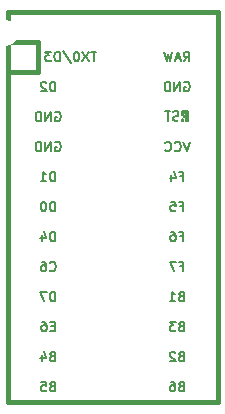
<source format=gbo>
G04 #@! TF.GenerationSoftware,KiCad,Pcbnew,5.99.0+really5.1.10+dfsg1-1*
G04 #@! TF.CreationDate,2021-05-18T01:02:48-04:00*
G04 #@! TF.ProjectId,numpad_0,6e756d70-6164-45f3-902e-6b696361645f,rev?*
G04 #@! TF.SameCoordinates,Original*
G04 #@! TF.FileFunction,Legend,Bot*
G04 #@! TF.FilePolarity,Positive*
%FSLAX46Y46*%
G04 Gerber Fmt 4.6, Leading zero omitted, Abs format (unit mm)*
G04 Created by KiCad (PCBNEW 5.99.0+really5.1.10+dfsg1-1) date 2021-05-18 01:02:48*
%MOMM*%
%LPD*%
G01*
G04 APERTURE LIST*
%ADD10C,0.381000*%
%ADD11C,0.150000*%
%ADD12C,2.200000*%
%ADD13C,2.250000*%
%ADD14C,3.987800*%
%ADD15C,1.750000*%
%ADD16C,1.752600*%
%ADD17C,3.048000*%
%ADD18C,2.000000*%
%ADD19R,3.200000X2.000000*%
%ADD20R,2.000000X2.000000*%
%ADD21C,1.600000*%
%ADD22R,1.200000X1.600000*%
G04 APERTURE END LIST*
D10*
X4508500Y-5080000D02*
X1968500Y-5080000D01*
X4508500Y-2540000D02*
X4508500Y-5080000D01*
D11*
G36*
X16903135Y-8829030D02*
G01*
X16903135Y-8929030D01*
X17003135Y-8929030D01*
X17003135Y-8829030D01*
X16903135Y-8829030D01*
G37*
X16903135Y-8829030D02*
X16903135Y-8929030D01*
X17003135Y-8929030D01*
X17003135Y-8829030D01*
X16903135Y-8829030D01*
G36*
X17103135Y-8429030D02*
G01*
X17103135Y-9229030D01*
X17203135Y-9229030D01*
X17203135Y-8429030D01*
X17103135Y-8429030D01*
G37*
X17103135Y-8429030D02*
X17103135Y-9229030D01*
X17203135Y-9229030D01*
X17203135Y-8429030D01*
X17103135Y-8429030D01*
G36*
X16703135Y-9029030D02*
G01*
X16703135Y-9229030D01*
X16803135Y-9229030D01*
X16803135Y-9029030D01*
X16703135Y-9029030D01*
G37*
X16703135Y-9029030D02*
X16703135Y-9229030D01*
X16803135Y-9229030D01*
X16803135Y-9029030D01*
X16703135Y-9029030D01*
G36*
X16703135Y-8429030D02*
G01*
X16703135Y-8729030D01*
X16803135Y-8729030D01*
X16803135Y-8429030D01*
X16703135Y-8429030D01*
G37*
X16703135Y-8429030D02*
X16703135Y-8729030D01*
X16803135Y-8729030D01*
X16803135Y-8429030D01*
X16703135Y-8429030D01*
G36*
X16703135Y-8429030D02*
G01*
X16703135Y-8529030D01*
X17203135Y-8529030D01*
X17203135Y-8429030D01*
X16703135Y-8429030D01*
G37*
X16703135Y-8429030D02*
X16703135Y-8529030D01*
X17203135Y-8529030D01*
X17203135Y-8429030D01*
X16703135Y-8429030D01*
D10*
X19748500Y-33020000D02*
X19748500Y0D01*
X1968500Y-33020000D02*
X19748500Y-33020000D01*
X1968500Y0D02*
X1968500Y-33020000D01*
X19748500Y0D02*
X1968500Y0D01*
X4508500Y-2540000D02*
X1968500Y-2540000D01*
D11*
X16431833Y-9193809D02*
X16317547Y-9231904D01*
X16127071Y-9231904D01*
X16050880Y-9193809D01*
X16012785Y-9155714D01*
X15974690Y-9079523D01*
X15974690Y-9003333D01*
X16012785Y-8927142D01*
X16050880Y-8889047D01*
X16127071Y-8850952D01*
X16279452Y-8812857D01*
X16355642Y-8774761D01*
X16393738Y-8736666D01*
X16431833Y-8660476D01*
X16431833Y-8584285D01*
X16393738Y-8508095D01*
X16355642Y-8470000D01*
X16279452Y-8431904D01*
X16088976Y-8431904D01*
X15974690Y-8470000D01*
X15746119Y-8431904D02*
X15288976Y-8431904D01*
X15517547Y-9231904D02*
X15517547Y-8431904D01*
X9477104Y-3371904D02*
X9019961Y-3371904D01*
X9248532Y-4171904D02*
X9248532Y-3371904D01*
X8829485Y-3371904D02*
X8296151Y-4171904D01*
X8296151Y-3371904D02*
X8829485Y-4171904D01*
X7839008Y-3371904D02*
X7762818Y-3371904D01*
X7686628Y-3410000D01*
X7648532Y-3448095D01*
X7610437Y-3524285D01*
X7572342Y-3676666D01*
X7572342Y-3867142D01*
X7610437Y-4019523D01*
X7648532Y-4095714D01*
X7686628Y-4133809D01*
X7762818Y-4171904D01*
X7839008Y-4171904D01*
X7915199Y-4133809D01*
X7953294Y-4095714D01*
X7991389Y-4019523D01*
X8029485Y-3867142D01*
X8029485Y-3676666D01*
X7991389Y-3524285D01*
X7953294Y-3448095D01*
X7915199Y-3410000D01*
X7839008Y-3371904D01*
X6658056Y-3333809D02*
X7343770Y-4362380D01*
X6391389Y-4171904D02*
X6391389Y-3371904D01*
X6200913Y-3371904D01*
X6086628Y-3410000D01*
X6010437Y-3486190D01*
X5972342Y-3562380D01*
X5934247Y-3714761D01*
X5934247Y-3829047D01*
X5972342Y-3981428D01*
X6010437Y-4057619D01*
X6086628Y-4133809D01*
X6200913Y-4171904D01*
X6391389Y-4171904D01*
X5667580Y-3371904D02*
X5172342Y-3371904D01*
X5439008Y-3676666D01*
X5324723Y-3676666D01*
X5248532Y-3714761D01*
X5210437Y-3752857D01*
X5172342Y-3829047D01*
X5172342Y-4019523D01*
X5210437Y-4095714D01*
X5248532Y-4133809D01*
X5324723Y-4171904D01*
X5553294Y-4171904D01*
X5629485Y-4133809D01*
X5667580Y-4095714D01*
X16643309Y-29152857D02*
X16529023Y-29190952D01*
X16490928Y-29229047D01*
X16452833Y-29305238D01*
X16452833Y-29419523D01*
X16490928Y-29495714D01*
X16529023Y-29533809D01*
X16605214Y-29571904D01*
X16909976Y-29571904D01*
X16909976Y-28771904D01*
X16643309Y-28771904D01*
X16567119Y-28810000D01*
X16529023Y-28848095D01*
X16490928Y-28924285D01*
X16490928Y-29000476D01*
X16529023Y-29076666D01*
X16567119Y-29114761D01*
X16643309Y-29152857D01*
X16909976Y-29152857D01*
X16148071Y-28848095D02*
X16109976Y-28810000D01*
X16033785Y-28771904D01*
X15843309Y-28771904D01*
X15767119Y-28810000D01*
X15729023Y-28848095D01*
X15690928Y-28924285D01*
X15690928Y-29000476D01*
X15729023Y-29114761D01*
X16186166Y-29571904D01*
X15690928Y-29571904D01*
X16586166Y-21532857D02*
X16852833Y-21532857D01*
X16852833Y-21951904D02*
X16852833Y-21151904D01*
X16471880Y-21151904D01*
X16243309Y-21151904D02*
X15709976Y-21151904D01*
X16052833Y-21951904D01*
X16586166Y-18992857D02*
X16852833Y-18992857D01*
X16852833Y-19411904D02*
X16852833Y-18611904D01*
X16471880Y-18611904D01*
X15824261Y-18611904D02*
X15976642Y-18611904D01*
X16052833Y-18650000D01*
X16090928Y-18688095D01*
X16167119Y-18802380D01*
X16205214Y-18954761D01*
X16205214Y-19259523D01*
X16167119Y-19335714D01*
X16129023Y-19373809D01*
X16052833Y-19411904D01*
X15900452Y-19411904D01*
X15824261Y-19373809D01*
X15786166Y-19335714D01*
X15748071Y-19259523D01*
X15748071Y-19069047D01*
X15786166Y-18992857D01*
X15824261Y-18954761D01*
X15900452Y-18916666D01*
X16052833Y-18916666D01*
X16129023Y-18954761D01*
X16167119Y-18992857D01*
X16205214Y-19069047D01*
X16586166Y-16452857D02*
X16852833Y-16452857D01*
X16852833Y-16871904D02*
X16852833Y-16071904D01*
X16471880Y-16071904D01*
X15786166Y-16071904D02*
X16167119Y-16071904D01*
X16205214Y-16452857D01*
X16167119Y-16414761D01*
X16090928Y-16376666D01*
X15900452Y-16376666D01*
X15824261Y-16414761D01*
X15786166Y-16452857D01*
X15748071Y-16529047D01*
X15748071Y-16719523D01*
X15786166Y-16795714D01*
X15824261Y-16833809D01*
X15900452Y-16871904D01*
X16090928Y-16871904D01*
X16167119Y-16833809D01*
X16205214Y-16795714D01*
X16871880Y-4171904D02*
X17138547Y-3790952D01*
X17329023Y-4171904D02*
X17329023Y-3371904D01*
X17024261Y-3371904D01*
X16948071Y-3410000D01*
X16909976Y-3448095D01*
X16871880Y-3524285D01*
X16871880Y-3638571D01*
X16909976Y-3714761D01*
X16948071Y-3752857D01*
X17024261Y-3790952D01*
X17329023Y-3790952D01*
X16567119Y-3943333D02*
X16186166Y-3943333D01*
X16643309Y-4171904D02*
X16376642Y-3371904D01*
X16109976Y-4171904D01*
X15919500Y-3371904D02*
X15729023Y-4171904D01*
X15576642Y-3600476D01*
X15424261Y-4171904D01*
X15233785Y-3371904D01*
X16929023Y-5950000D02*
X17005214Y-5911904D01*
X17119500Y-5911904D01*
X17233785Y-5950000D01*
X17309976Y-6026190D01*
X17348071Y-6102380D01*
X17386166Y-6254761D01*
X17386166Y-6369047D01*
X17348071Y-6521428D01*
X17309976Y-6597619D01*
X17233785Y-6673809D01*
X17119500Y-6711904D01*
X17043309Y-6711904D01*
X16929023Y-6673809D01*
X16890928Y-6635714D01*
X16890928Y-6369047D01*
X17043309Y-6369047D01*
X16548071Y-6711904D02*
X16548071Y-5911904D01*
X16090928Y-6711904D01*
X16090928Y-5911904D01*
X15709976Y-6711904D02*
X15709976Y-5911904D01*
X15519500Y-5911904D01*
X15405214Y-5950000D01*
X15329023Y-6026190D01*
X15290928Y-6102380D01*
X15252833Y-6254761D01*
X15252833Y-6369047D01*
X15290928Y-6521428D01*
X15329023Y-6597619D01*
X15405214Y-6673809D01*
X15519500Y-6711904D01*
X15709976Y-6711904D01*
X17386166Y-10991904D02*
X17119500Y-11791904D01*
X16852833Y-10991904D01*
X16129023Y-11715714D02*
X16167119Y-11753809D01*
X16281404Y-11791904D01*
X16357595Y-11791904D01*
X16471880Y-11753809D01*
X16548071Y-11677619D01*
X16586166Y-11601428D01*
X16624261Y-11449047D01*
X16624261Y-11334761D01*
X16586166Y-11182380D01*
X16548071Y-11106190D01*
X16471880Y-11030000D01*
X16357595Y-10991904D01*
X16281404Y-10991904D01*
X16167119Y-11030000D01*
X16129023Y-11068095D01*
X15329023Y-11715714D02*
X15367119Y-11753809D01*
X15481404Y-11791904D01*
X15557595Y-11791904D01*
X15671880Y-11753809D01*
X15748071Y-11677619D01*
X15786166Y-11601428D01*
X15824261Y-11449047D01*
X15824261Y-11334761D01*
X15786166Y-11182380D01*
X15748071Y-11106190D01*
X15671880Y-11030000D01*
X15557595Y-10991904D01*
X15481404Y-10991904D01*
X15367119Y-11030000D01*
X15329023Y-11068095D01*
X16586166Y-13912857D02*
X16852833Y-13912857D01*
X16852833Y-14331904D02*
X16852833Y-13531904D01*
X16471880Y-13531904D01*
X15824261Y-13798571D02*
X15824261Y-14331904D01*
X16014738Y-13493809D02*
X16205214Y-14065238D01*
X15709976Y-14065238D01*
X16643309Y-24072857D02*
X16529023Y-24110952D01*
X16490928Y-24149047D01*
X16452833Y-24225238D01*
X16452833Y-24339523D01*
X16490928Y-24415714D01*
X16529023Y-24453809D01*
X16605214Y-24491904D01*
X16909976Y-24491904D01*
X16909976Y-23691904D01*
X16643309Y-23691904D01*
X16567119Y-23730000D01*
X16529023Y-23768095D01*
X16490928Y-23844285D01*
X16490928Y-23920476D01*
X16529023Y-23996666D01*
X16567119Y-24034761D01*
X16643309Y-24072857D01*
X16909976Y-24072857D01*
X15690928Y-24491904D02*
X16148071Y-24491904D01*
X15919500Y-24491904D02*
X15919500Y-23691904D01*
X15995690Y-23806190D01*
X16071880Y-23882380D01*
X16148071Y-23920476D01*
X16643309Y-26612857D02*
X16529023Y-26650952D01*
X16490928Y-26689047D01*
X16452833Y-26765238D01*
X16452833Y-26879523D01*
X16490928Y-26955714D01*
X16529023Y-26993809D01*
X16605214Y-27031904D01*
X16909976Y-27031904D01*
X16909976Y-26231904D01*
X16643309Y-26231904D01*
X16567119Y-26270000D01*
X16529023Y-26308095D01*
X16490928Y-26384285D01*
X16490928Y-26460476D01*
X16529023Y-26536666D01*
X16567119Y-26574761D01*
X16643309Y-26612857D01*
X16909976Y-26612857D01*
X16186166Y-26231904D02*
X15690928Y-26231904D01*
X15957595Y-26536666D01*
X15843309Y-26536666D01*
X15767119Y-26574761D01*
X15729023Y-26612857D01*
X15690928Y-26689047D01*
X15690928Y-26879523D01*
X15729023Y-26955714D01*
X15767119Y-26993809D01*
X15843309Y-27031904D01*
X16071880Y-27031904D01*
X16148071Y-26993809D01*
X16186166Y-26955714D01*
X16643309Y-31692857D02*
X16529023Y-31730952D01*
X16490928Y-31769047D01*
X16452833Y-31845238D01*
X16452833Y-31959523D01*
X16490928Y-32035714D01*
X16529023Y-32073809D01*
X16605214Y-32111904D01*
X16909976Y-32111904D01*
X16909976Y-31311904D01*
X16643309Y-31311904D01*
X16567119Y-31350000D01*
X16529023Y-31388095D01*
X16490928Y-31464285D01*
X16490928Y-31540476D01*
X16529023Y-31616666D01*
X16567119Y-31654761D01*
X16643309Y-31692857D01*
X16909976Y-31692857D01*
X15767119Y-31311904D02*
X15919500Y-31311904D01*
X15995690Y-31350000D01*
X16033785Y-31388095D01*
X16109976Y-31502380D01*
X16148071Y-31654761D01*
X16148071Y-31959523D01*
X16109976Y-32035714D01*
X16071880Y-32073809D01*
X15995690Y-32111904D01*
X15843309Y-32111904D01*
X15767119Y-32073809D01*
X15729023Y-32035714D01*
X15690928Y-31959523D01*
X15690928Y-31769047D01*
X15729023Y-31692857D01*
X15767119Y-31654761D01*
X15843309Y-31616666D01*
X15995690Y-31616666D01*
X16071880Y-31654761D01*
X16109976Y-31692857D01*
X16148071Y-31769047D01*
X5721309Y-31692857D02*
X5607023Y-31730952D01*
X5568928Y-31769047D01*
X5530833Y-31845238D01*
X5530833Y-31959523D01*
X5568928Y-32035714D01*
X5607023Y-32073809D01*
X5683214Y-32111904D01*
X5987976Y-32111904D01*
X5987976Y-31311904D01*
X5721309Y-31311904D01*
X5645119Y-31350000D01*
X5607023Y-31388095D01*
X5568928Y-31464285D01*
X5568928Y-31540476D01*
X5607023Y-31616666D01*
X5645119Y-31654761D01*
X5721309Y-31692857D01*
X5987976Y-31692857D01*
X4807023Y-31311904D02*
X5187976Y-31311904D01*
X5226071Y-31692857D01*
X5187976Y-31654761D01*
X5111785Y-31616666D01*
X4921309Y-31616666D01*
X4845119Y-31654761D01*
X4807023Y-31692857D01*
X4768928Y-31769047D01*
X4768928Y-31959523D01*
X4807023Y-32035714D01*
X4845119Y-32073809D01*
X4921309Y-32111904D01*
X5111785Y-32111904D01*
X5187976Y-32073809D01*
X5226071Y-32035714D01*
X5721309Y-29152857D02*
X5607023Y-29190952D01*
X5568928Y-29229047D01*
X5530833Y-29305238D01*
X5530833Y-29419523D01*
X5568928Y-29495714D01*
X5607023Y-29533809D01*
X5683214Y-29571904D01*
X5987976Y-29571904D01*
X5987976Y-28771904D01*
X5721309Y-28771904D01*
X5645119Y-28810000D01*
X5607023Y-28848095D01*
X5568928Y-28924285D01*
X5568928Y-29000476D01*
X5607023Y-29076666D01*
X5645119Y-29114761D01*
X5721309Y-29152857D01*
X5987976Y-29152857D01*
X4845119Y-29038571D02*
X4845119Y-29571904D01*
X5035595Y-28733809D02*
X5226071Y-29305238D01*
X4730833Y-29305238D01*
X5949880Y-26612857D02*
X5683214Y-26612857D01*
X5568928Y-27031904D02*
X5949880Y-27031904D01*
X5949880Y-26231904D01*
X5568928Y-26231904D01*
X4883214Y-26231904D02*
X5035595Y-26231904D01*
X5111785Y-26270000D01*
X5149880Y-26308095D01*
X5226071Y-26422380D01*
X5264166Y-26574761D01*
X5264166Y-26879523D01*
X5226071Y-26955714D01*
X5187976Y-26993809D01*
X5111785Y-27031904D01*
X4959404Y-27031904D01*
X4883214Y-26993809D01*
X4845119Y-26955714D01*
X4807023Y-26879523D01*
X4807023Y-26689047D01*
X4845119Y-26612857D01*
X4883214Y-26574761D01*
X4959404Y-26536666D01*
X5111785Y-26536666D01*
X5187976Y-26574761D01*
X5226071Y-26612857D01*
X5264166Y-26689047D01*
X5987976Y-24491904D02*
X5987976Y-23691904D01*
X5797500Y-23691904D01*
X5683214Y-23730000D01*
X5607023Y-23806190D01*
X5568928Y-23882380D01*
X5530833Y-24034761D01*
X5530833Y-24149047D01*
X5568928Y-24301428D01*
X5607023Y-24377619D01*
X5683214Y-24453809D01*
X5797500Y-24491904D01*
X5987976Y-24491904D01*
X5264166Y-23691904D02*
X4730833Y-23691904D01*
X5073690Y-24491904D01*
X5530833Y-21875714D02*
X5568928Y-21913809D01*
X5683214Y-21951904D01*
X5759404Y-21951904D01*
X5873690Y-21913809D01*
X5949880Y-21837619D01*
X5987976Y-21761428D01*
X6026071Y-21609047D01*
X6026071Y-21494761D01*
X5987976Y-21342380D01*
X5949880Y-21266190D01*
X5873690Y-21190000D01*
X5759404Y-21151904D01*
X5683214Y-21151904D01*
X5568928Y-21190000D01*
X5530833Y-21228095D01*
X4845119Y-21151904D02*
X4997500Y-21151904D01*
X5073690Y-21190000D01*
X5111785Y-21228095D01*
X5187976Y-21342380D01*
X5226071Y-21494761D01*
X5226071Y-21799523D01*
X5187976Y-21875714D01*
X5149880Y-21913809D01*
X5073690Y-21951904D01*
X4921309Y-21951904D01*
X4845119Y-21913809D01*
X4807023Y-21875714D01*
X4768928Y-21799523D01*
X4768928Y-21609047D01*
X4807023Y-21532857D01*
X4845119Y-21494761D01*
X4921309Y-21456666D01*
X5073690Y-21456666D01*
X5149880Y-21494761D01*
X5187976Y-21532857D01*
X5226071Y-21609047D01*
X5987976Y-19411904D02*
X5987976Y-18611904D01*
X5797500Y-18611904D01*
X5683214Y-18650000D01*
X5607023Y-18726190D01*
X5568928Y-18802380D01*
X5530833Y-18954761D01*
X5530833Y-19069047D01*
X5568928Y-19221428D01*
X5607023Y-19297619D01*
X5683214Y-19373809D01*
X5797500Y-19411904D01*
X5987976Y-19411904D01*
X4845119Y-18878571D02*
X4845119Y-19411904D01*
X5035595Y-18573809D02*
X5226071Y-19145238D01*
X4730833Y-19145238D01*
X6007023Y-8490000D02*
X6083214Y-8451904D01*
X6197500Y-8451904D01*
X6311785Y-8490000D01*
X6387976Y-8566190D01*
X6426071Y-8642380D01*
X6464166Y-8794761D01*
X6464166Y-8909047D01*
X6426071Y-9061428D01*
X6387976Y-9137619D01*
X6311785Y-9213809D01*
X6197500Y-9251904D01*
X6121309Y-9251904D01*
X6007023Y-9213809D01*
X5968928Y-9175714D01*
X5968928Y-8909047D01*
X6121309Y-8909047D01*
X5626071Y-9251904D02*
X5626071Y-8451904D01*
X5168928Y-9251904D01*
X5168928Y-8451904D01*
X4787976Y-9251904D02*
X4787976Y-8451904D01*
X4597500Y-8451904D01*
X4483214Y-8490000D01*
X4407023Y-8566190D01*
X4368928Y-8642380D01*
X4330833Y-8794761D01*
X4330833Y-8909047D01*
X4368928Y-9061428D01*
X4407023Y-9137619D01*
X4483214Y-9213809D01*
X4597500Y-9251904D01*
X4787976Y-9251904D01*
X6007023Y-11030000D02*
X6083214Y-10991904D01*
X6197500Y-10991904D01*
X6311785Y-11030000D01*
X6387976Y-11106190D01*
X6426071Y-11182380D01*
X6464166Y-11334761D01*
X6464166Y-11449047D01*
X6426071Y-11601428D01*
X6387976Y-11677619D01*
X6311785Y-11753809D01*
X6197500Y-11791904D01*
X6121309Y-11791904D01*
X6007023Y-11753809D01*
X5968928Y-11715714D01*
X5968928Y-11449047D01*
X6121309Y-11449047D01*
X5626071Y-11791904D02*
X5626071Y-10991904D01*
X5168928Y-11791904D01*
X5168928Y-10991904D01*
X4787976Y-11791904D02*
X4787976Y-10991904D01*
X4597500Y-10991904D01*
X4483214Y-11030000D01*
X4407023Y-11106190D01*
X4368928Y-11182380D01*
X4330833Y-11334761D01*
X4330833Y-11449047D01*
X4368928Y-11601428D01*
X4407023Y-11677619D01*
X4483214Y-11753809D01*
X4597500Y-11791904D01*
X4787976Y-11791904D01*
X5987976Y-14331904D02*
X5987976Y-13531904D01*
X5797500Y-13531904D01*
X5683214Y-13570000D01*
X5607023Y-13646190D01*
X5568928Y-13722380D01*
X5530833Y-13874761D01*
X5530833Y-13989047D01*
X5568928Y-14141428D01*
X5607023Y-14217619D01*
X5683214Y-14293809D01*
X5797500Y-14331904D01*
X5987976Y-14331904D01*
X4768928Y-14331904D02*
X5226071Y-14331904D01*
X4997500Y-14331904D02*
X4997500Y-13531904D01*
X5073690Y-13646190D01*
X5149880Y-13722380D01*
X5226071Y-13760476D01*
X5987976Y-16871904D02*
X5987976Y-16071904D01*
X5797500Y-16071904D01*
X5683214Y-16110000D01*
X5607023Y-16186190D01*
X5568928Y-16262380D01*
X5530833Y-16414761D01*
X5530833Y-16529047D01*
X5568928Y-16681428D01*
X5607023Y-16757619D01*
X5683214Y-16833809D01*
X5797500Y-16871904D01*
X5987976Y-16871904D01*
X5035595Y-16071904D02*
X4959404Y-16071904D01*
X4883214Y-16110000D01*
X4845119Y-16148095D01*
X4807023Y-16224285D01*
X4768928Y-16376666D01*
X4768928Y-16567142D01*
X4807023Y-16719523D01*
X4845119Y-16795714D01*
X4883214Y-16833809D01*
X4959404Y-16871904D01*
X5035595Y-16871904D01*
X5111785Y-16833809D01*
X5149880Y-16795714D01*
X5187976Y-16719523D01*
X5226071Y-16567142D01*
X5226071Y-16376666D01*
X5187976Y-16224285D01*
X5149880Y-16148095D01*
X5111785Y-16110000D01*
X5035595Y-16071904D01*
X5987976Y-6711904D02*
X5987976Y-5911904D01*
X5797500Y-5911904D01*
X5683214Y-5950000D01*
X5607023Y-6026190D01*
X5568928Y-6102380D01*
X5530833Y-6254761D01*
X5530833Y-6369047D01*
X5568928Y-6521428D01*
X5607023Y-6597619D01*
X5683214Y-6673809D01*
X5797500Y-6711904D01*
X5987976Y-6711904D01*
X5226071Y-5988095D02*
X5187976Y-5950000D01*
X5111785Y-5911904D01*
X4921309Y-5911904D01*
X4845119Y-5950000D01*
X4807023Y-5988095D01*
X4768928Y-6064285D01*
X4768928Y-6140476D01*
X4807023Y-6254761D01*
X5264166Y-6711904D01*
X4768928Y-6711904D01*
%LPC*%
D12*
X98250000Y-1750000D03*
X98250000Y-98250000D03*
X1750000Y-98250000D03*
X1750000Y-1750000D03*
D13*
X34163000Y-6985000D03*
D14*
X31623000Y-12065000D03*
D13*
X27813000Y-9525000D03*
D15*
X26543000Y-12065000D03*
X36703000Y-12065000D03*
D16*
X18478500Y-3810000D03*
X3238500Y-31750000D03*
X18478500Y-6350000D03*
X18478500Y-8890000D03*
X18478500Y-11430000D03*
X18478500Y-13970000D03*
X18478500Y-16510000D03*
X18478500Y-19050000D03*
X18478500Y-21590000D03*
X18478500Y-24130000D03*
X18478500Y-26670000D03*
X18478500Y-29210000D03*
X18478500Y-31750000D03*
X3238500Y-29210000D03*
X3238500Y-26670000D03*
X3238500Y-24130000D03*
X3238500Y-21590000D03*
X3238500Y-19050000D03*
X3238500Y-16510000D03*
X3238500Y-13970000D03*
X3238500Y-11430000D03*
X3238500Y-8890000D03*
X3238500Y-6350000D03*
G36*
G01*
X2800350Y-2933700D02*
X3676650Y-2933700D01*
G75*
G02*
X4114800Y-3371850I0J-438150D01*
G01*
X4114800Y-4248150D01*
G75*
G02*
X3676650Y-4686300I-438150J0D01*
G01*
X2800350Y-4686300D01*
G75*
G02*
X2362200Y-4248150I0J438150D01*
G01*
X2362200Y-3371850D01*
G75*
G02*
X2800350Y-2933700I438150J0D01*
G01*
G37*
D13*
X72263000Y-26035000D03*
D14*
X69723000Y-31115000D03*
D13*
X65913000Y-28575000D03*
D15*
X64643000Y-31115000D03*
X74803000Y-31115000D03*
D13*
X53213000Y-26035000D03*
D14*
X50673000Y-31115000D03*
D13*
X46863000Y-28575000D03*
D15*
X45593000Y-31115000D03*
X55753000Y-31115000D03*
D13*
X83693000Y-76200000D03*
D14*
X88773000Y-78740000D03*
D13*
X86233000Y-82550000D03*
D15*
X88773000Y-83820000D03*
X88773000Y-73660000D03*
D17*
X81788000Y-90646250D03*
X81788000Y-66833750D03*
D14*
X97028000Y-90646250D03*
X97028000Y-66833750D03*
D13*
X83629500Y-38100000D03*
D14*
X88709500Y-40640000D03*
D13*
X86169500Y-44450000D03*
D15*
X88709500Y-45720000D03*
X88709500Y-35560000D03*
D17*
X81724500Y-52546250D03*
X81724500Y-28733750D03*
D14*
X96964500Y-52546250D03*
X96964500Y-28733750D03*
D13*
X43688000Y-83185000D03*
D14*
X41148000Y-88265000D03*
D13*
X37338000Y-85725000D03*
D15*
X36068000Y-88265000D03*
X46228000Y-88265000D03*
D17*
X29241750Y-81280000D03*
X53054250Y-81280000D03*
D14*
X29241750Y-96520000D03*
X53054250Y-96520000D03*
D18*
X18112500Y-90765000D03*
X18112500Y-85765000D03*
D19*
X11112500Y-93865000D03*
X11112500Y-82665000D03*
D18*
X3612500Y-90765000D03*
X3612500Y-88265000D03*
D20*
X3612500Y-85765000D03*
D18*
X18112500Y-66952500D03*
X18112500Y-61952500D03*
D19*
X11112500Y-70052500D03*
X11112500Y-58852500D03*
D18*
X3612500Y-66952500D03*
X3612500Y-64452500D03*
D20*
X3612500Y-61952500D03*
D18*
X18112500Y-43140000D03*
X18112500Y-38140000D03*
D19*
X11112500Y-46240000D03*
X11112500Y-35040000D03*
D18*
X3612500Y-43140000D03*
X3612500Y-40640000D03*
D20*
X3612500Y-38140000D03*
G36*
G01*
X17697500Y-78474500D02*
X18497500Y-78474500D01*
G75*
G02*
X18897500Y-78874500I0J-400000D01*
G01*
X18897500Y-79674500D01*
G75*
G02*
X18497500Y-80074500I-400000J0D01*
G01*
X17697500Y-80074500D01*
G75*
G02*
X17297500Y-79674500I0J400000D01*
G01*
X17297500Y-78874500D01*
G75*
G02*
X17697500Y-78474500I400000J0D01*
G01*
G37*
D21*
X18097500Y-71474500D03*
D22*
X18097500Y-76774500D03*
X18097500Y-73974500D03*
G36*
G01*
X17761000Y-54595500D02*
X18561000Y-54595500D01*
G75*
G02*
X18961000Y-54995500I0J-400000D01*
G01*
X18961000Y-55795500D01*
G75*
G02*
X18561000Y-56195500I-400000J0D01*
G01*
X17761000Y-56195500D01*
G75*
G02*
X17361000Y-55795500I0J400000D01*
G01*
X17361000Y-54995500D01*
G75*
G02*
X17761000Y-54595500I400000J0D01*
G01*
G37*
D21*
X18161000Y-47595500D03*
D22*
X18161000Y-52895500D03*
X18161000Y-50095500D03*
D13*
X91313000Y-83185000D03*
D14*
X88773000Y-88265000D03*
D13*
X84963000Y-85725000D03*
D15*
X83693000Y-88265000D03*
X93853000Y-88265000D03*
D13*
X72263000Y-83185000D03*
D14*
X69723000Y-88265000D03*
D13*
X65913000Y-85725000D03*
D15*
X64643000Y-88265000D03*
X74803000Y-88265000D03*
D13*
X53213000Y-83185000D03*
D14*
X50673000Y-88265000D03*
D13*
X46863000Y-85725000D03*
D15*
X45593000Y-88265000D03*
X55753000Y-88265000D03*
D13*
X34163000Y-83185000D03*
D14*
X31623000Y-88265000D03*
D13*
X27813000Y-85725000D03*
D15*
X26543000Y-88265000D03*
X36703000Y-88265000D03*
G36*
G01*
X78086000Y-92635000D02*
X78886000Y-92635000D01*
G75*
G02*
X79286000Y-93035000I0J-400000D01*
G01*
X79286000Y-93835000D01*
G75*
G02*
X78886000Y-94235000I-400000J0D01*
G01*
X78086000Y-94235000D01*
G75*
G02*
X77686000Y-93835000I0J400000D01*
G01*
X77686000Y-93035000D01*
G75*
G02*
X78086000Y-92635000I400000J0D01*
G01*
G37*
D21*
X78486000Y-85635000D03*
D22*
X78486000Y-90935000D03*
X78486000Y-88135000D03*
G36*
G01*
X61131500Y-92698500D02*
X61931500Y-92698500D01*
G75*
G02*
X62331500Y-93098500I0J-400000D01*
G01*
X62331500Y-93898500D01*
G75*
G02*
X61931500Y-94298500I-400000J0D01*
G01*
X61131500Y-94298500D01*
G75*
G02*
X60731500Y-93898500I0J400000D01*
G01*
X60731500Y-93098500D01*
G75*
G02*
X61131500Y-92698500I400000J0D01*
G01*
G37*
D21*
X61531500Y-85698500D03*
D22*
X61531500Y-90998500D03*
X61531500Y-88198500D03*
G36*
G01*
X58464500Y-92698500D02*
X59264500Y-92698500D01*
G75*
G02*
X59664500Y-93098500I0J-400000D01*
G01*
X59664500Y-93898500D01*
G75*
G02*
X59264500Y-94298500I-400000J0D01*
G01*
X58464500Y-94298500D01*
G75*
G02*
X58064500Y-93898500I0J400000D01*
G01*
X58064500Y-93098500D01*
G75*
G02*
X58464500Y-92698500I400000J0D01*
G01*
G37*
D21*
X58864500Y-85698500D03*
D22*
X58864500Y-90998500D03*
X58864500Y-88198500D03*
G36*
G01*
X22968000Y-92698500D02*
X23768000Y-92698500D01*
G75*
G02*
X24168000Y-93098500I0J-400000D01*
G01*
X24168000Y-93898500D01*
G75*
G02*
X23768000Y-94298500I-400000J0D01*
G01*
X22968000Y-94298500D01*
G75*
G02*
X22568000Y-93898500I0J400000D01*
G01*
X22568000Y-93098500D01*
G75*
G02*
X22968000Y-92698500I400000J0D01*
G01*
G37*
D21*
X23368000Y-85698500D03*
D22*
X23368000Y-90998500D03*
X23368000Y-88198500D03*
D13*
X91313000Y-64135000D03*
D14*
X88773000Y-69215000D03*
D13*
X84963000Y-66675000D03*
D15*
X83693000Y-69215000D03*
X93853000Y-69215000D03*
D13*
X91313000Y-45085000D03*
D14*
X88773000Y-50165000D03*
D13*
X84963000Y-47625000D03*
D15*
X83693000Y-50165000D03*
X93853000Y-50165000D03*
D13*
X91313000Y-26035000D03*
D14*
X88773000Y-31115000D03*
D13*
X84963000Y-28575000D03*
D15*
X83693000Y-31115000D03*
X93853000Y-31115000D03*
D13*
X91313000Y-6985000D03*
D14*
X88773000Y-12065000D03*
D13*
X84963000Y-9525000D03*
D15*
X83693000Y-12065000D03*
X93853000Y-12065000D03*
G36*
G01*
X20174000Y-92698500D02*
X20974000Y-92698500D01*
G75*
G02*
X21374000Y-93098500I0J-400000D01*
G01*
X21374000Y-93898500D01*
G75*
G02*
X20974000Y-94298500I-400000J0D01*
G01*
X20174000Y-94298500D01*
G75*
G02*
X19774000Y-93898500I0J400000D01*
G01*
X19774000Y-93098500D01*
G75*
G02*
X20174000Y-92698500I400000J0D01*
G01*
G37*
D21*
X20574000Y-85698500D03*
D22*
X20574000Y-90998500D03*
X20574000Y-88198500D03*
G36*
G01*
X78086000Y-73648500D02*
X78886000Y-73648500D01*
G75*
G02*
X79286000Y-74048500I0J-400000D01*
G01*
X79286000Y-74848500D01*
G75*
G02*
X78886000Y-75248500I-400000J0D01*
G01*
X78086000Y-75248500D01*
G75*
G02*
X77686000Y-74848500I0J400000D01*
G01*
X77686000Y-74048500D01*
G75*
G02*
X78086000Y-73648500I400000J0D01*
G01*
G37*
D21*
X78486000Y-66648500D03*
D22*
X78486000Y-71948500D03*
X78486000Y-69148500D03*
G36*
G01*
X78060600Y-54662000D02*
X78860600Y-54662000D01*
G75*
G02*
X79260600Y-55062000I0J-400000D01*
G01*
X79260600Y-55862000D01*
G75*
G02*
X78860600Y-56262000I-400000J0D01*
G01*
X78060600Y-56262000D01*
G75*
G02*
X77660600Y-55862000I0J400000D01*
G01*
X77660600Y-55062000D01*
G75*
G02*
X78060600Y-54662000I400000J0D01*
G01*
G37*
D21*
X78460600Y-47662000D03*
D22*
X78460600Y-52962000D03*
X78460600Y-50162000D03*
G36*
G01*
X78086000Y-35548500D02*
X78886000Y-35548500D01*
G75*
G02*
X79286000Y-35948500I0J-400000D01*
G01*
X79286000Y-36748500D01*
G75*
G02*
X78886000Y-37148500I-400000J0D01*
G01*
X78086000Y-37148500D01*
G75*
G02*
X77686000Y-36748500I0J400000D01*
G01*
X77686000Y-35948500D01*
G75*
G02*
X78086000Y-35548500I400000J0D01*
G01*
G37*
D21*
X78486000Y-28548500D03*
D22*
X78486000Y-33848500D03*
X78486000Y-31048500D03*
G36*
G01*
X78086000Y-16562000D02*
X78886000Y-16562000D01*
G75*
G02*
X79286000Y-16962000I0J-400000D01*
G01*
X79286000Y-17762000D01*
G75*
G02*
X78886000Y-18162000I-400000J0D01*
G01*
X78086000Y-18162000D01*
G75*
G02*
X77686000Y-17762000I0J400000D01*
G01*
X77686000Y-16962000D01*
G75*
G02*
X78086000Y-16562000I400000J0D01*
G01*
G37*
D21*
X78486000Y-9562000D03*
D22*
X78486000Y-14862000D03*
X78486000Y-12062000D03*
G36*
G01*
X59798000Y-73648500D02*
X60598000Y-73648500D01*
G75*
G02*
X60998000Y-74048500I0J-400000D01*
G01*
X60998000Y-74848500D01*
G75*
G02*
X60598000Y-75248500I-400000J0D01*
G01*
X59798000Y-75248500D01*
G75*
G02*
X59398000Y-74848500I0J400000D01*
G01*
X59398000Y-74048500D01*
G75*
G02*
X59798000Y-73648500I400000J0D01*
G01*
G37*
D21*
X60198000Y-66648500D03*
D22*
X60198000Y-71948500D03*
X60198000Y-69148500D03*
G36*
G01*
X59772600Y-54598500D02*
X60572600Y-54598500D01*
G75*
G02*
X60972600Y-54998500I0J-400000D01*
G01*
X60972600Y-55798500D01*
G75*
G02*
X60572600Y-56198500I-400000J0D01*
G01*
X59772600Y-56198500D01*
G75*
G02*
X59372600Y-55798500I0J400000D01*
G01*
X59372600Y-54998500D01*
G75*
G02*
X59772600Y-54598500I400000J0D01*
G01*
G37*
D21*
X60172600Y-47598500D03*
D22*
X60172600Y-52898500D03*
X60172600Y-50098500D03*
G36*
G01*
X59798000Y-35548500D02*
X60598000Y-35548500D01*
G75*
G02*
X60998000Y-35948500I0J-400000D01*
G01*
X60998000Y-36748500D01*
G75*
G02*
X60598000Y-37148500I-400000J0D01*
G01*
X59798000Y-37148500D01*
G75*
G02*
X59398000Y-36748500I0J400000D01*
G01*
X59398000Y-35948500D01*
G75*
G02*
X59798000Y-35548500I400000J0D01*
G01*
G37*
D21*
X60198000Y-28548500D03*
D22*
X60198000Y-33848500D03*
X60198000Y-31048500D03*
G36*
G01*
X59798000Y-16562000D02*
X60598000Y-16562000D01*
G75*
G02*
X60998000Y-16962000I0J-400000D01*
G01*
X60998000Y-17762000D01*
G75*
G02*
X60598000Y-18162000I-400000J0D01*
G01*
X59798000Y-18162000D01*
G75*
G02*
X59398000Y-17762000I0J400000D01*
G01*
X59398000Y-16962000D01*
G75*
G02*
X59798000Y-16562000I400000J0D01*
G01*
G37*
D21*
X60198000Y-9562000D03*
D22*
X60198000Y-14862000D03*
X60198000Y-12062000D03*
G36*
G01*
X40748000Y-73648500D02*
X41548000Y-73648500D01*
G75*
G02*
X41948000Y-74048500I0J-400000D01*
G01*
X41948000Y-74848500D01*
G75*
G02*
X41548000Y-75248500I-400000J0D01*
G01*
X40748000Y-75248500D01*
G75*
G02*
X40348000Y-74848500I0J400000D01*
G01*
X40348000Y-74048500D01*
G75*
G02*
X40748000Y-73648500I400000J0D01*
G01*
G37*
D21*
X41148000Y-66648500D03*
D22*
X41148000Y-71948500D03*
X41148000Y-69148500D03*
G36*
G01*
X40722600Y-54598500D02*
X41522600Y-54598500D01*
G75*
G02*
X41922600Y-54998500I0J-400000D01*
G01*
X41922600Y-55798500D01*
G75*
G02*
X41522600Y-56198500I-400000J0D01*
G01*
X40722600Y-56198500D01*
G75*
G02*
X40322600Y-55798500I0J400000D01*
G01*
X40322600Y-54998500D01*
G75*
G02*
X40722600Y-54598500I400000J0D01*
G01*
G37*
D21*
X41122600Y-47598500D03*
D22*
X41122600Y-52898500D03*
X41122600Y-50098500D03*
G36*
G01*
X40748000Y-35548500D02*
X41548000Y-35548500D01*
G75*
G02*
X41948000Y-35948500I0J-400000D01*
G01*
X41948000Y-36748500D01*
G75*
G02*
X41548000Y-37148500I-400000J0D01*
G01*
X40748000Y-37148500D01*
G75*
G02*
X40348000Y-36748500I0J400000D01*
G01*
X40348000Y-35948500D01*
G75*
G02*
X40748000Y-35548500I400000J0D01*
G01*
G37*
D21*
X41148000Y-28548500D03*
D22*
X41148000Y-33848500D03*
X41148000Y-31048500D03*
G36*
G01*
X40748000Y-16562000D02*
X41548000Y-16562000D01*
G75*
G02*
X41948000Y-16962000I0J-400000D01*
G01*
X41948000Y-17762000D01*
G75*
G02*
X41548000Y-18162000I-400000J0D01*
G01*
X40748000Y-18162000D01*
G75*
G02*
X40348000Y-17762000I0J400000D01*
G01*
X40348000Y-16962000D01*
G75*
G02*
X40748000Y-16562000I400000J0D01*
G01*
G37*
D21*
X41148000Y-9562000D03*
D22*
X41148000Y-14862000D03*
X41148000Y-12062000D03*
G36*
G01*
X22968000Y-73648500D02*
X23768000Y-73648500D01*
G75*
G02*
X24168000Y-74048500I0J-400000D01*
G01*
X24168000Y-74848500D01*
G75*
G02*
X23768000Y-75248500I-400000J0D01*
G01*
X22968000Y-75248500D01*
G75*
G02*
X22568000Y-74848500I0J400000D01*
G01*
X22568000Y-74048500D01*
G75*
G02*
X22968000Y-73648500I400000J0D01*
G01*
G37*
D21*
X23368000Y-66648500D03*
D22*
X23368000Y-71948500D03*
X23368000Y-69148500D03*
G36*
G01*
X22968000Y-54598500D02*
X23768000Y-54598500D01*
G75*
G02*
X24168000Y-54998500I0J-400000D01*
G01*
X24168000Y-55798500D01*
G75*
G02*
X23768000Y-56198500I-400000J0D01*
G01*
X22968000Y-56198500D01*
G75*
G02*
X22568000Y-55798500I0J400000D01*
G01*
X22568000Y-54998500D01*
G75*
G02*
X22968000Y-54598500I400000J0D01*
G01*
G37*
D21*
X23368000Y-47598500D03*
D22*
X23368000Y-52898500D03*
X23368000Y-50098500D03*
G36*
G01*
X22968000Y-35548500D02*
X23768000Y-35548500D01*
G75*
G02*
X24168000Y-35948500I0J-400000D01*
G01*
X24168000Y-36748500D01*
G75*
G02*
X23768000Y-37148500I-400000J0D01*
G01*
X22968000Y-37148500D01*
G75*
G02*
X22568000Y-36748500I0J400000D01*
G01*
X22568000Y-35948500D01*
G75*
G02*
X22968000Y-35548500I400000J0D01*
G01*
G37*
D21*
X23368000Y-28548500D03*
D22*
X23368000Y-33848500D03*
X23368000Y-31048500D03*
G36*
G01*
X22904500Y-16562000D02*
X23704500Y-16562000D01*
G75*
G02*
X24104500Y-16962000I0J-400000D01*
G01*
X24104500Y-17762000D01*
G75*
G02*
X23704500Y-18162000I-400000J0D01*
G01*
X22904500Y-18162000D01*
G75*
G02*
X22504500Y-17762000I0J400000D01*
G01*
X22504500Y-16962000D01*
G75*
G02*
X22904500Y-16562000I400000J0D01*
G01*
G37*
D21*
X23304500Y-9562000D03*
D22*
X23304500Y-14862000D03*
X23304500Y-12062000D03*
D13*
X72263000Y-64135000D03*
D14*
X69723000Y-69215000D03*
D13*
X65913000Y-66675000D03*
D15*
X64643000Y-69215000D03*
X74803000Y-69215000D03*
D13*
X72263000Y-45085000D03*
D14*
X69723000Y-50165000D03*
D13*
X65913000Y-47625000D03*
D15*
X64643000Y-50165000D03*
X74803000Y-50165000D03*
D13*
X72263000Y-6985000D03*
D14*
X69723000Y-12065000D03*
D13*
X65913000Y-9525000D03*
D15*
X64643000Y-12065000D03*
X74803000Y-12065000D03*
D13*
X53213000Y-64135000D03*
D14*
X50673000Y-69215000D03*
D13*
X46863000Y-66675000D03*
D15*
X45593000Y-69215000D03*
X55753000Y-69215000D03*
D13*
X53213000Y-45085000D03*
D14*
X50673000Y-50165000D03*
D13*
X46863000Y-47625000D03*
D15*
X45593000Y-50165000D03*
X55753000Y-50165000D03*
D13*
X53213000Y-6985000D03*
D14*
X50673000Y-12065000D03*
D13*
X46863000Y-9525000D03*
D15*
X45593000Y-12065000D03*
X55753000Y-12065000D03*
D13*
X34163000Y-64135000D03*
D14*
X31623000Y-69215000D03*
D13*
X27813000Y-66675000D03*
D15*
X26543000Y-69215000D03*
X36703000Y-69215000D03*
D13*
X34163000Y-45085000D03*
D14*
X31623000Y-50165000D03*
D13*
X27813000Y-47625000D03*
D15*
X26543000Y-50165000D03*
X36703000Y-50165000D03*
D13*
X34163000Y-26035000D03*
D14*
X31623000Y-31115000D03*
D13*
X27813000Y-28575000D03*
D15*
X26543000Y-31115000D03*
X36703000Y-31115000D03*
M02*

</source>
